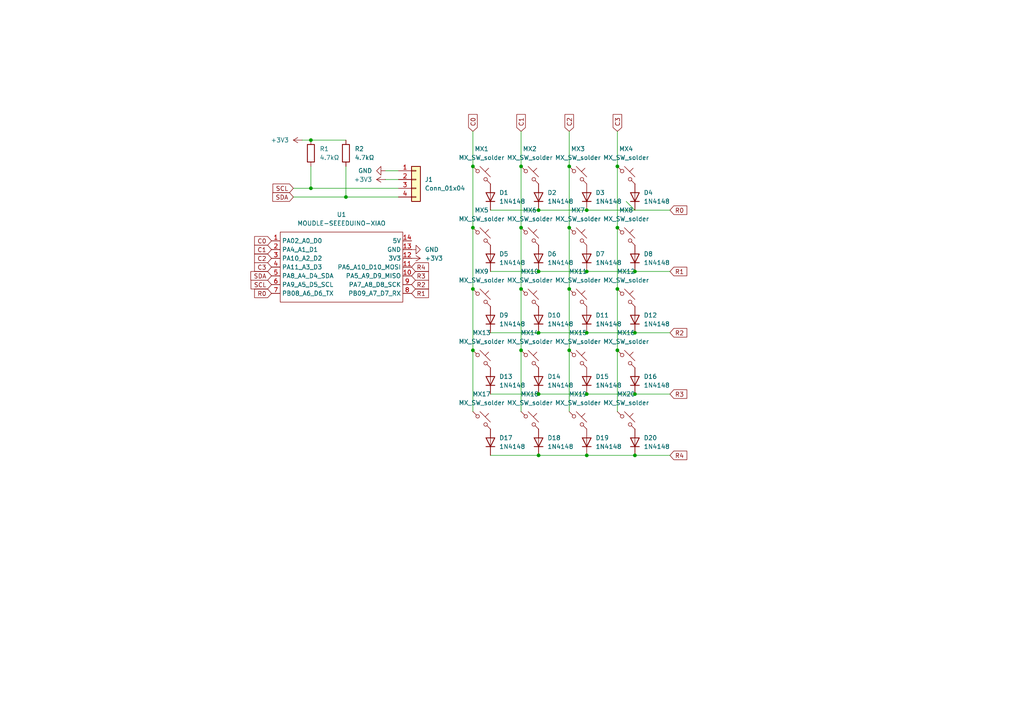
<source format=kicad_sch>
(kicad_sch (version 20231120) (generator "eeschema") (generator_version "8.0")
  (paper "A4")
  (lib_symbols
    (symbol "Connector_Generic:Conn_01x04" (pin_names (offset 1.016) hide)
      (property "Reference" "J" (at 0 5.08 0))
      (property "Value" "Conn_01x04" (at 0 -7.62 0))
      (symbol "Conn_01x04_1_1"
        (rectangle (start -1.27 -4.953) (end 0 -5.207) (stroke (width 0.1524)))
        (rectangle (start -1.27 -2.413) (end 0 -2.667) (stroke (width 0.1524)))
        (rectangle (start -1.27 0.127) (end 0 -0.127) (stroke (width 0.1524)))
        (rectangle (start -1.27 2.667) (end 0 2.413) (stroke (width 0.1524)))
        (rectangle (start -1.27 3.81) (end 1.27 -6.35) (stroke (width 0.254)) (fill (type background)))
        (pin passive line (at -5.08 2.54 0) (length 3.81) (name "Pin_1") (number "1"))
        (pin passive line (at -5.08 0 0) (length 3.81) (name "Pin_2") (number "2"))
        (pin passive line (at -5.08 -2.54 0) (length 3.81) (name "Pin_3") (number "3"))
        (pin passive line (at -5.08 -5.08 0) (length 3.81) (name "Pin_4") (number "4"))
      )
    )
    (symbol "Device:R" (pin_numbers hide) (pin_names (offset 0))
      (property "Reference" "R" (at 2.032 0 90))
      (property "Value" "R" (at 0 0 90))
      (symbol "R_0_1"
        (rectangle (start -1.016 -2.54) (end 1.016 2.54) (stroke (width 0.254)))
      )
      (symbol "R_1_1"
        (pin passive line (at 0 3.81 270) (length 1.27) (name "~") (number "1"))
        (pin passive line (at 0 -3.81 90) (length 1.27) (name "~") (number "2"))
      )
    )
    (symbol "Diode:1N4148" (pin_numbers hide) (pin_names hide)
      (property "Reference" "D" (at 0 2.54 0))
      (property "Value" "1N4148" (at 0 -2.54 0))
      (symbol "1N4148_0_1"
        (polyline (pts (xy -1.27 1.27) (xy -1.27 -1.27)) (stroke (width 0.254)))
        (polyline (pts (xy 1.27 0) (xy -1.27 0)))
        (polyline (pts (xy 1.27 1.27) (xy 1.27 -1.27) (xy -1.27 0) (xy 1.27 1.27)) (stroke (width 0.254)))
      )
      (symbol "1N4148_1_1"
        (pin passive line (at -3.81 0 0) (length 2.54) (name "K") (number "1"))
        (pin passive line (at 3.81 0 180) (length 2.54) (name "A") (number "2"))
      )
    )
    (symbol "PCM_marbastlib-mx:MX_SW_solder" (pin_numbers hide) (pin_names (offset 1.016) hide)
      (property "Reference" "MX" (at 3.048 1.016 0))
      (property "Value" "MX_SW_solder" (at 0 -3.81 0))
      (symbol "MX_SW_solder_0_1"
        (circle (center -1.1684 1.1684) (radius 0.508))
        (polyline (pts (xy -0.508 2.54) (xy 2.54 -0.508)))
        (polyline (pts (xy 1.016 1.016) (xy 2.032 2.032)))
        (polyline (pts (xy -2.54 2.54) (xy -1.524 1.524) (xy -1.524 1.524)))
        (polyline (pts (xy 1.524 -1.524) (xy 2.54 -2.54) (xy 2.54 -2.54) (xy 2.54 -2.54)))
        (circle (center 1.143 -1.1938) (radius 0.508))
        (pin passive line (at -2.54 2.54 0) (length 0) (name "1") (number "1"))
        (pin passive line (at 2.54 -2.54 180) (length 0) (name "2") (number "2"))
      )
    )
    (symbol "XIAO:MOUDLE-SEEEDUINO-XIAO"
      (property "Reference" "U" (at -16.51 11.43 0))
      (property "Value" "MOUDLE-SEEEDUINO-XIAO" (at -3.81 -11.43 0))
      (symbol "MOUDLE-SEEEDUINO-XIAO_0_1"
        (rectangle (start -16.51 10.16) (end 19.05 -10.16))
      )
      (symbol "MOUDLE-SEEEDUINO-XIAO_1_1"
        (pin passive line (at -19.05 7.62 0) (length 2.54) (name "PA02_A0_D0") (number "1"))
        (pin passive line (at 21.59 -2.54 180) (length 2.54) (name "PA5_A9_D9_MISO") (number "10"))
        (pin passive line (at 21.59 0 180) (length 2.54) (name "PA6_A10_D10_MOSI") (number "11"))
        (pin passive line (at 21.59 2.54 180) (length 2.54) (name "3V3") (number "12"))
        (pin passive line (at 21.59 5.08 180) (length 2.54) (name "GND") (number "13"))
        (pin passive line (at 21.59 7.62 180) (length 2.54) (name "5V") (number "14"))
        (pin passive line (at -19.05 5.08 0) (length 2.54) (name "PA4_A1_D1") (number "2"))
        (pin passive line (at -19.05 2.54 0) (length 2.54) (name "PA10_A2_D2") (number "3"))
        (pin passive line (at -19.05 0 0) (length 2.54) (name "PA11_A3_D3") (number "4"))
        (pin passive line (at -19.05 -2.54 0) (length 2.54) (name "PA8_A4_D4_SDA") (number "5"))
        (pin passive line (at -19.05 -5.08 0) (length 2.54) (name "PA9_A5_D5_SCL") (number "6"))
        (pin passive line (at -19.05 -7.62 0) (length 2.54) (name "PB08_A6_D6_TX") (number "7"))
        (pin passive line (at 21.59 -7.62 180) (length 2.54) (name "PB09_A7_D7_RX") (number "8"))
        (pin passive line (at 21.59 -5.08 180) (length 2.54) (name "PA7_A8_D8_SCK") (number "9"))
      )
    )
    (symbol "power:+3V3" (power) (pin_numbers hide) (pin_names (offset 0) hide)
      (property "Value" "+3V3" (at 0 3.556 0))
      (symbol "+3V3_0_1"
        (polyline (pts (xy -0.762 1.27) (xy 0 2.54)))
        (polyline (pts (xy 0 0) (xy 0 2.54)))
        (polyline (pts (xy 0 2.54) (xy 0.762 1.27)))
      )
      (symbol "+3V3_1_1"
        (pin power_in line (at 0 0 90) (length 0) (name "~") (number "1"))
      )
    )
    (symbol "power:GND" (power) (pin_numbers hide) (pin_names (offset 0) hide)
      (property "Value" "GND" (at 0 -3.81 0))
      (symbol "GND_0_1"
        (polyline (pts (xy 0 0) (xy 0 -1.27) (xy 1.27 -1.27) (xy 0 -2.54) (xy -1.27 -1.27) (xy 0 -1.27)))
      )
      (symbol "GND_1_1"
        (pin power_in line (at 0 0 270) (length 0) (name "~") (number "1"))
      )
    )
  )
  (junction (at 156.21 78.74))
  (junction (at 100.33 57.15))
  (junction (at 137.16 101.6))
  (junction (at 151.13 48.26))
  (junction (at 184.15 132.08))
  (junction (at 184.15 96.52))
  (junction (at 156.21 114.3))
  (junction (at 156.21 132.08))
  (junction (at 137.16 48.26))
  (junction (at 151.13 101.6))
  (junction (at 151.13 83.82))
  (junction (at 170.18 132.08))
  (junction (at 156.21 60.96))
  (junction (at 165.1 48.26))
  (junction (at 170.18 114.3))
  (junction (at 165.1 101.6))
  (junction (at 156.21 96.52))
  (junction (at 170.18 78.74))
  (junction (at 179.07 66.04))
  (junction (at 184.15 78.74))
  (junction (at 137.16 66.04))
  (junction (at 165.1 66.04))
  (junction (at 151.13 66.04))
  (junction (at 179.07 101.6))
  (junction (at 179.07 48.26))
  (junction (at 165.1 83.82))
  (junction (at 184.15 114.3))
  (junction (at 170.18 96.52))
  (junction (at 90.17 54.61))
  (junction (at 179.07 83.82))
  (junction (at 170.18 60.96))
  (junction (at 90.17 40.64))
  (junction (at 137.16 83.82))
  (bus_entry (at 181.61 58.42) (size 2.54 2.54))
  (wire (pts (xy 179.07 101.6) (xy 179.07 119.38)))
  (wire (pts (xy 165.1 83.82) (xy 165.1 101.6)))
  (wire (pts (xy 170.18 60.96) (xy 184.15 60.96)))
  (wire (pts (xy 137.16 38.1) (xy 137.16 48.26)))
  (wire (pts (xy 156.21 132.08) (xy 170.18 132.08)))
  (wire (pts (xy 170.18 132.08) (xy 184.15 132.08)))
  (wire (pts (xy 142.24 60.96) (xy 156.21 60.96)))
  (wire (pts (xy 156.21 60.96) (xy 170.18 60.96)))
  (wire (pts (xy 137.16 48.26) (xy 137.16 66.04)))
  (wire (pts (xy 111.76 52.07) (xy 115.57 52.07)))
  (wire (pts (xy 137.16 101.6) (xy 137.16 119.38)))
  (wire (pts (xy 90.17 40.64) (xy 100.33 40.64)))
  (wire (pts (xy 142.24 96.52) (xy 156.21 96.52)))
  (wire (pts (xy 87.63 40.64) (xy 90.17 40.64)))
  (wire (pts (xy 90.17 48.26) (xy 90.17 54.61)))
  (wire (pts (xy 170.18 78.74) (xy 184.15 78.74)))
  (wire (pts (xy 179.07 66.04) (xy 179.07 83.82)))
  (wire (pts (xy 184.15 96.52) (xy 194.31 96.52)))
  (wire (pts (xy 100.33 57.15) (xy 115.57 57.15)))
  (wire (pts (xy 165.1 48.26) (xy 165.1 66.04)))
  (wire (pts (xy 165.1 101.6) (xy 165.1 119.38)))
  (wire (pts (xy 179.07 83.82) (xy 179.07 101.6)))
  (wire (pts (xy 100.33 48.26) (xy 100.33 57.15)))
  (wire (pts (xy 142.24 78.74) (xy 156.21 78.74)))
  (wire (pts (xy 151.13 66.04) (xy 151.13 83.82)))
  (wire (pts (xy 85.09 54.61) (xy 90.17 54.61)))
  (wire (pts (xy 142.24 114.3) (xy 156.21 114.3)))
  (wire (pts (xy 165.1 38.1) (xy 165.1 48.26)))
  (wire (pts (xy 184.15 78.74) (xy 194.31 78.74)))
  (wire (pts (xy 179.07 48.26) (xy 179.07 66.04)))
  (wire (pts (xy 90.17 54.61) (xy 115.57 54.61)))
  (wire (pts (xy 151.13 101.6) (xy 151.13 119.38)))
  (wire (pts (xy 194.31 132.08) (xy 184.15 132.08)))
  (wire (pts (xy 142.24 132.08) (xy 156.21 132.08)))
  (wire (pts (xy 151.13 38.1) (xy 151.13 48.26)))
  (wire (pts (xy 170.18 96.52) (xy 184.15 96.52)))
  (wire (pts (xy 194.31 114.3) (xy 184.15 114.3)))
  (wire (pts (xy 111.76 49.53) (xy 115.57 49.53)))
  (wire (pts (xy 156.21 114.3) (xy 170.18 114.3)))
  (wire (pts (xy 156.21 96.52) (xy 170.18 96.52)))
  (wire (pts (xy 137.16 66.04) (xy 137.16 83.82)))
  (wire (pts (xy 179.07 38.1) (xy 179.07 48.26)))
  (wire (pts (xy 151.13 83.82) (xy 151.13 101.6)))
  (wire (pts (xy 165.1 66.04) (xy 165.1 83.82)))
  (wire (pts (xy 85.09 57.15) (xy 100.33 57.15)))
  (wire (pts (xy 151.13 48.26) (xy 151.13 66.04)))
  (wire (pts (xy 194.31 60.96) (xy 184.15 60.96)))
  (wire (pts (xy 137.16 83.82) (xy 137.16 101.6)))
  (wire (pts (xy 170.18 114.3) (xy 184.15 114.3)))
  (wire (pts (xy 156.21 78.74) (xy 170.18 78.74)))
  (global_label "C1" (shape input) (at 151.13 38.1 90) (property "Intersheetrefs" "${INTERSHEET_REFS}" (effects (hide yes))))
  (global_label "R4" (shape input) (at 119.38 77.47 0) (property "Intersheetrefs" "${INTERSHEET_REFS}" (effects (hide yes))))
  (global_label "C3" (shape input) (at 179.07 38.1 90) (property "Intersheetrefs" "${INTERSHEET_REFS}" (effects (hide yes))))
  (global_label "R4" (shape input) (at 194.31 132.08 0) (property "Intersheetrefs" "${INTERSHEET_REFS}" (effects (hide yes))))
  (global_label "R2" (shape input) (at 194.31 96.52 0) (property "Intersheetrefs" "${INTERSHEET_REFS}" (effects (hide yes))))
  (global_label "C0" (shape input) (at 137.16 38.1 90) (property "Intersheetrefs" "${INTERSHEET_REFS}" (effects (hide yes))))
  (global_label "R0" (shape input) (at 194.31 60.96 0) (property "Intersheetrefs" "${INTERSHEET_REFS}" (effects (hide yes))))
  (global_label "SCL" (shape input) (at 85.09 54.61 180) (property "Intersheetrefs" "${INTERSHEET_REFS}" (effects (hide yes))))
  (global_label "R1" (shape input) (at 194.31 78.74 0) (property "Intersheetrefs" "${INTERSHEET_REFS}" (effects (hide yes))))
  (global_label "C2" (shape input) (at 165.1 38.1 90) (property "Intersheetrefs" "${INTERSHEET_REFS}" (effects (hide yes))))
  (global_label "SCL" (shape input) (at 78.74 82.55 180) (property "Intersheetrefs" "${INTERSHEET_REFS}" (effects (hide yes))))
  (global_label "SDA" (shape input) (at 85.09 57.15 180) (property "Intersheetrefs" "${INTERSHEET_REFS}" (effects (hide yes))))
  (global_label "C1" (shape input) (at 78.74 72.39 180) (property "Intersheetrefs" "${INTERSHEET_REFS}" (effects (hide yes))))
  (global_label "R0" (shape input) (at 78.74 85.09 180) (property "Intersheetrefs" "${INTERSHEET_REFS}" (effects (hide yes))))
  (global_label "C3" (shape input) (at 78.74 77.47 180) (property "Intersheetrefs" "${INTERSHEET_REFS}" (effects (hide yes))))
  (global_label "C2" (shape input) (at 78.74 74.93 180) (property "Intersheetrefs" "${INTERSHEET_REFS}" (effects (hide yes))))
  (global_label "R3" (shape input) (at 119.38 80.01 0) (property "Intersheetrefs" "${INTERSHEET_REFS}" (effects (hide yes))))
  (global_label "R1" (shape input) (at 119.38 85.09 0) (property "Intersheetrefs" "${INTERSHEET_REFS}" (effects (hide yes))))
  (global_label "R2" (shape input) (at 119.38 82.55 0) (property "Intersheetrefs" "${INTERSHEET_REFS}" (effects (hide yes))))
  (global_label "C0" (shape input) (at 78.74 69.85 180) (property "Intersheetrefs" "${INTERSHEET_REFS}" (effects (hide yes))))
  (global_label "SDA" (shape input) (at 78.74 80.01 180) (property "Intersheetrefs" "${INTERSHEET_REFS}" (effects (hide yes))))
  (global_label "R3" (shape input) (at 194.31 114.3 0) (property "Intersheetrefs" "${INTERSHEET_REFS}" (effects (hide yes))))
  (symbol (lib_id "power:+3V3") (at 119.38 74.93 270) (unit 1)
    (property "Reference" "#PWR04" (effects (hide yes)))
    (property "Value" "+3V3" (at 123.19 74.9299 90) (effects (justify left)))
    (property "Description" "Power symbol creates a global label with name \"+3V3\"" (effects (hide yes)))
  )
  (symbol (lib_id "Diode:1N4148") (at 170.18 57.15 90) (unit 1)
    (property "Reference" "D3" (at 172.72 55.8799 90) (effects (justify right)))
    (property "Value" "1N4148" (at 172.72 58.4199 90) (effects (justify right)))
    (property "Footprint" "Diode_THT:D_DO-35_SOD27_P7.62mm_Horizontal" (effects (hide yes)))
    (property "Datasheet" "https://assets.nexperia.com/documents/data-sheet/1N4148_1N4448.pdf" (effects (hide yes)))
    (property "Description" "100V 0.15A standard switching diode, DO-35" (effects (hide yes)))
    (property "Sim.Device" "D" (effects (hide yes)))
    (property "Sim.Pins" "1=K 2=A" (effects (hide yes)))
  )
  (symbol (lib_id "PCM_marbastlib-mx:MX_SW_solder") (at 167.64 104.14 0) (unit 1)
    (property "Reference" "MX15" (at 167.64 96.52 0))
    (property "Value" "MX_SW_solder" (at 167.64 99.06 0))
    (property "Footprint" "Button_Switch_Keyboard:SW_Cherry_MX_1.00u_PCB" (effects (hide yes)))
    (property "Description" "Push button switch, normally open, two pins, 45° tilted" (effects (hide yes)))
  )
  (symbol (lib_id "Diode:1N4148") (at 184.15 110.49 90) (unit 1)
    (property "Reference" "D16" (at 186.69 109.2199 90) (effects (justify right)))
    (property "Value" "1N4148" (at 186.69 111.7599 90) (effects (justify right)))
    (property "Footprint" "Diode_THT:D_DO-35_SOD27_P7.62mm_Horizontal" (effects (hide yes)))
    (property "Datasheet" "https://assets.nexperia.com/documents/data-sheet/1N4148_1N4448.pdf" (effects (hide yes)))
    (property "Description" "100V 0.15A standard switching diode, DO-35" (effects (hide yes)))
    (property "Sim.Device" "D" (effects (hide yes)))
    (property "Sim.Pins" "1=K 2=A" (effects (hide yes)))
  )
  (symbol (lib_id "Diode:1N4148") (at 170.18 110.49 90) (unit 1)
    (property "Reference" "D15" (at 172.72 109.2199 90) (effects (justify right)))
    (property "Value" "1N4148" (at 172.72 111.7599 90) (effects (justify right)))
    (property "Footprint" "Diode_THT:D_DO-35_SOD27_P7.62mm_Horizontal" (effects (hide yes)))
    (property "Datasheet" "https://assets.nexperia.com/documents/data-sheet/1N4148_1N4448.pdf" (effects (hide yes)))
    (property "Description" "100V 0.15A standard switching diode, DO-35" (effects (hide yes)))
    (property "Sim.Device" "D" (effects (hide yes)))
    (property "Sim.Pins" "1=K 2=A" (effects (hide yes)))
  )
  (symbol (lib_id "Diode:1N4148") (at 142.24 128.27 90) (unit 1)
    (property "Reference" "D17" (at 144.78 126.9999 90) (effects (justify right)))
    (property "Value" "1N4148" (at 144.78 129.5399 90) (effects (justify right)))
    (property "Footprint" "Diode_THT:D_DO-35_SOD27_P7.62mm_Horizontal" (effects (hide yes)))
    (property "Datasheet" "https://assets.nexperia.com/documents/data-sheet/1N4148_1N4448.pdf" (effects (hide yes)))
    (property "Description" "100V 0.15A standard switching diode, DO-35" (effects (hide yes)))
    (property "Sim.Device" "D" (effects (hide yes)))
    (property "Sim.Pins" "1=K 2=A" (effects (hide yes)))
  )
  (symbol (lib_id "PCM_marbastlib-mx:MX_SW_solder") (at 167.64 121.92 0) (unit 1)
    (property "Reference" "MX19" (at 167.64 114.3 0))
    (property "Value" "MX_SW_solder" (at 167.64 116.84 0))
    (property "Footprint" "Button_Switch_Keyboard:SW_Cherry_MX_1.00u_PCB" (effects (hide yes)))
    (property "Description" "Push button switch, normally open, two pins, 45° tilted" (effects (hide yes)))
  )
  (symbol (lib_id "Diode:1N4148") (at 170.18 92.71 90) (unit 1)
    (property "Reference" "D11" (at 172.72 91.4399 90) (effects (justify right)))
    (property "Value" "1N4148" (at 172.72 93.9799 90) (effects (justify right)))
    (property "Footprint" "Diode_THT:D_DO-35_SOD27_P7.62mm_Horizontal" (effects (hide yes)))
    (property "Datasheet" "https://assets.nexperia.com/documents/data-sheet/1N4148_1N4448.pdf" (effects (hide yes)))
    (property "Description" "100V 0.15A standard switching diode, DO-35" (effects (hide yes)))
    (property "Sim.Device" "D" (effects (hide yes)))
    (property "Sim.Pins" "1=K 2=A" (effects (hide yes)))
  )
  (symbol (lib_id "Diode:1N4148") (at 156.21 74.93 90) (unit 1)
    (property "Reference" "D6" (at 158.75 73.6599 90) (effects (justify right)))
    (property "Value" "1N4148" (at 158.75 76.1999 90) (effects (justify right)))
    (property "Footprint" "Diode_THT:D_DO-35_SOD27_P7.62mm_Horizontal" (effects (hide yes)))
    (property "Datasheet" "https://assets.nexperia.com/documents/data-sheet/1N4148_1N4448.pdf" (effects (hide yes)))
    (property "Description" "100V 0.15A standard switching diode, DO-35" (effects (hide yes)))
    (property "Sim.Device" "D" (effects (hide yes)))
    (property "Sim.Pins" "1=K 2=A" (effects (hide yes)))
  )
  (symbol (lib_id "Diode:1N4148") (at 184.15 92.71 90) (unit 1)
    (property "Reference" "D12" (at 186.69 91.4399 90) (effects (justify right)))
    (property "Value" "1N4148" (at 186.69 93.9799 90) (effects (justify right)))
    (property "Footprint" "Diode_THT:D_DO-35_SOD27_P7.62mm_Horizontal" (effects (hide yes)))
    (property "Datasheet" "https://assets.nexperia.com/documents/data-sheet/1N4148_1N4448.pdf" (effects (hide yes)))
    (property "Description" "100V 0.15A standard switching diode, DO-35" (effects (hide yes)))
    (property "Sim.Device" "D" (effects (hide yes)))
    (property "Sim.Pins" "1=K 2=A" (effects (hide yes)))
  )
  (symbol (lib_id "Diode:1N4148") (at 142.24 92.71 90) (unit 1)
    (property "Reference" "D9" (at 144.78 91.4399 90) (effects (justify right)))
    (property "Value" "1N4148" (at 144.78 93.9799 90) (effects (justify right)))
    (property "Footprint" "Diode_THT:D_DO-35_SOD27_P7.62mm_Horizontal" (effects (hide yes)))
    (property "Datasheet" "https://assets.nexperia.com/documents/data-sheet/1N4148_1N4448.pdf" (effects (hide yes)))
    (property "Description" "100V 0.15A standard switching diode, DO-35" (effects (hide yes)))
    (property "Sim.Device" "D" (effects (hide yes)))
    (property "Sim.Pins" "1=K 2=A" (effects (hide yes)))
  )
  (symbol (lib_id "PCM_marbastlib-mx:MX_SW_solder") (at 181.61 121.92 0) (unit 1)
    (property "Reference" "MX20" (at 181.61 114.3 0))
    (property "Value" "MX_SW_solder" (at 181.61 116.84 0))
    (property "Footprint" "Button_Switch_Keyboard:SW_Cherry_MX_1.00u_PCB" (effects (hide yes)))
    (property "Description" "Push button switch, normally open, two pins, 45° tilted" (effects (hide yes)))
  )
  (symbol (lib_id "PCM_marbastlib-mx:MX_SW_solder") (at 153.67 68.58 0) (unit 1)
    (property "Reference" "MX6" (at 153.67 60.96 0))
    (property "Value" "MX_SW_solder" (at 153.67 63.5 0))
    (property "Footprint" "Button_Switch_Keyboard:SW_Cherry_MX_1.00u_PCB" (effects (hide yes)))
    (property "Description" "Push button switch, normally open, two pins, 45° tilted" (effects (hide yes)))
  )
  (symbol (lib_id "PCM_marbastlib-mx:MX_SW_solder") (at 139.7 86.36 0) (unit 1)
    (property "Reference" "MX9" (at 139.7 78.74 0))
    (property "Value" "MX_SW_solder" (at 139.7 81.28 0))
    (property "Footprint" "Button_Switch_Keyboard:SW_Cherry_MX_1.00u_PCB" (effects (hide yes)))
    (property "Description" "Push button switch, normally open, two pins, 45° tilted" (effects (hide yes)))
  )
  (symbol (lib_id "Diode:1N4148") (at 156.21 92.71 90) (unit 1)
    (property "Reference" "D10" (at 158.75 91.4399 90) (effects (justify right)))
    (property "Value" "1N4148" (at 158.75 93.9799 90) (effects (justify right)))
    (property "Footprint" "Diode_THT:D_DO-35_SOD27_P7.62mm_Horizontal" (effects (hide yes)))
    (property "Datasheet" "https://assets.nexperia.com/documents/data-sheet/1N4148_1N4448.pdf" (effects (hide yes)))
    (property "Description" "100V 0.15A standard switching diode, DO-35" (effects (hide yes)))
    (property "Sim.Device" "D" (effects (hide yes)))
    (property "Sim.Pins" "1=K 2=A" (effects (hide yes)))
  )
  (symbol (lib_id "Diode:1N4148") (at 184.15 128.27 90) (unit 1)
    (property "Reference" "D20" (at 186.69 126.9999 90) (effects (justify right)))
    (property "Value" "1N4148" (at 186.69 129.5399 90) (effects (justify right)))
    (property "Footprint" "Diode_THT:D_DO-35_SOD27_P7.62mm_Horizontal" (effects (hide yes)))
    (property "Datasheet" "https://assets.nexperia.com/documents/data-sheet/1N4148_1N4448.pdf" (effects (hide yes)))
    (property "Description" "100V 0.15A standard switching diode, DO-35" (effects (hide yes)))
    (property "Sim.Device" "D" (effects (hide yes)))
    (property "Sim.Pins" "1=K 2=A" (effects (hide yes)))
  )
  (symbol (lib_id "PCM_marbastlib-mx:MX_SW_solder") (at 153.67 50.8 0) (unit 1)
    (property "Reference" "MX2" (at 153.67 43.18 0))
    (property "Value" "MX_SW_solder" (at 153.67 45.72 0))
    (property "Footprint" "Button_Switch_Keyboard:SW_Cherry_MX_1.00u_PCB" (effects (hide yes)))
    (property "Description" "Push button switch, normally open, two pins, 45° tilted" (effects (hide yes)))
  )
  (symbol (lib_id "Diode:1N4148") (at 184.15 57.15 90) (unit 1)
    (property "Reference" "D4" (at 186.69 55.8799 90) (effects (justify right)))
    (property "Value" "1N4148" (at 186.69 58.4199 90) (effects (justify right)))
    (property "Footprint" "Diode_THT:D_DO-35_SOD27_P7.62mm_Horizontal" (effects (hide yes)))
    (property "Datasheet" "https://assets.nexperia.com/documents/data-sheet/1N4148_1N4448.pdf" (effects (hide yes)))
    (property "Description" "100V 0.15A standard switching diode, DO-35" (effects (hide yes)))
    (property "Sim.Device" "D" (effects (hide yes)))
    (property "Sim.Pins" "1=K 2=A" (effects (hide yes)))
  )
  (symbol (lib_id "PCM_marbastlib-mx:MX_SW_solder") (at 153.67 86.36 0) (unit 1)
    (property "Reference" "MX10" (at 153.67 78.74 0))
    (property "Value" "MX_SW_solder" (at 153.67 81.28 0))
    (property "Footprint" "Button_Switch_Keyboard:SW_Cherry_MX_1.00u_PCB" (effects (hide yes)))
    (property "Description" "Push button switch, normally open, two pins, 45° tilted" (effects (hide yes)))
  )
  (symbol (lib_id "PCM_marbastlib-mx:MX_SW_solder") (at 139.7 50.8 0) (unit 1)
    (property "Reference" "MX1" (at 139.7 43.18 0))
    (property "Value" "MX_SW_solder" (at 139.7 45.72 0))
    (property "Footprint" "Button_Switch_Keyboard:SW_Cherry_MX_1.00u_PCB" (effects (hide yes)))
    (property "Description" "Push button switch, normally open, two pins, 45° tilted" (effects (hide yes)))
  )
  (symbol (lib_id "power:+3V3") (at 87.63 40.64 90) (unit 1)
    (property "Reference" "#PWR05" (effects (hide yes)))
    (property "Value" "+3V3" (at 83.82 40.6399 90) (effects (justify left)))
    (property "Description" "Power symbol creates a global label with name \"+3V3\"" (effects (hide yes)))
  )
  (symbol (lib_id "Diode:1N4148") (at 156.21 128.27 90) (unit 1)
    (property "Reference" "D18" (at 158.75 126.9999 90) (effects (justify right)))
    (property "Value" "1N4148" (at 158.75 129.5399 90) (effects (justify right)))
    (property "Footprint" "Diode_THT:D_DO-35_SOD27_P7.62mm_Horizontal" (effects (hide yes)))
    (property "Datasheet" "https://assets.nexperia.com/documents/data-sheet/1N4148_1N4448.pdf" (effects (hide yes)))
    (property "Description" "100V 0.15A standard switching diode, DO-35" (effects (hide yes)))
    (property "Sim.Device" "D" (effects (hide yes)))
    (property "Sim.Pins" "1=K 2=A" (effects (hide yes)))
  )
  (symbol (lib_id "PCM_marbastlib-mx:MX_SW_solder") (at 139.7 121.92 0) (unit 1)
    (property "Reference" "MX17" (at 139.7 114.3 0))
    (property "Value" "MX_SW_solder" (at 139.7 116.84 0))
    (property "Footprint" "Button_Switch_Keyboard:SW_Cherry_MX_1.00u_PCB" (effects (hide yes)))
    (property "Description" "Push button switch, normally open, two pins, 45° tilted" (effects (hide yes)))
  )
  (symbol (lib_id "Diode:1N4148") (at 156.21 57.15 90) (unit 1)
    (property "Reference" "D2" (at 158.75 55.8799 90) (effects (justify right)))
    (property "Value" "1N4148" (at 158.75 58.4199 90) (effects (justify right)))
    (property "Footprint" "Diode_THT:D_DO-35_SOD27_P7.62mm_Horizontal" (effects (hide yes)))
    (property "Datasheet" "https://assets.nexperia.com/documents/data-sheet/1N4148_1N4448.pdf" (effects (hide yes)))
    (property "Description" "100V 0.15A standard switching diode, DO-35" (effects (hide yes)))
    (property "Sim.Device" "D" (effects (hide yes)))
    (property "Sim.Pins" "1=K 2=A" (effects (hide yes)))
  )
  (symbol (lib_id "Diode:1N4148") (at 142.24 110.49 90) (unit 1)
    (property "Reference" "D13" (at 144.78 109.2199 90) (effects (justify right)))
    (property "Value" "1N4148" (at 144.78 111.7599 90) (effects (justify right)))
    (property "Footprint" "Diode_THT:D_DO-35_SOD27_P7.62mm_Horizontal" (effects (hide yes)))
    (property "Datasheet" "https://assets.nexperia.com/documents/data-sheet/1N4148_1N4448.pdf" (effects (hide yes)))
    (property "Description" "100V 0.15A standard switching diode, DO-35" (effects (hide yes)))
    (property "Sim.Device" "D" (effects (hide yes)))
    (property "Sim.Pins" "1=K 2=A" (effects (hide yes)))
  )
  (symbol (lib_id "Diode:1N4148") (at 142.24 74.93 90) (unit 1)
    (property "Reference" "D5" (at 144.78 73.6599 90) (effects (justify right)))
    (property "Value" "1N4148" (at 144.78 76.1999 90) (effects (justify right)))
    (property "Footprint" "Diode_THT:D_DO-35_SOD27_P7.62mm_Horizontal" (effects (hide yes)))
    (property "Datasheet" "https://assets.nexperia.com/documents/data-sheet/1N4148_1N4448.pdf" (effects (hide yes)))
    (property "Description" "100V 0.15A standard switching diode, DO-35" (effects (hide yes)))
    (property "Sim.Device" "D" (effects (hide yes)))
    (property "Sim.Pins" "1=K 2=A" (effects (hide yes)))
  )
  (symbol (lib_id "Diode:1N4148") (at 142.24 57.15 90) (unit 1)
    (property "Reference" "D1" (at 144.78 55.8799 90) (effects (justify right)))
    (property "Value" "1N4148" (at 144.78 58.4199 90) (effects (justify right)))
    (property "Footprint" "Diode_THT:D_DO-35_SOD27_P7.62mm_Horizontal" (effects (hide yes)))
    (property "Datasheet" "https://assets.nexperia.com/documents/data-sheet/1N4148_1N4448.pdf" (effects (hide yes)))
    (property "Description" "100V 0.15A standard switching diode, DO-35" (effects (hide yes)))
    (property "Sim.Device" "D" (effects (hide yes)))
    (property "Sim.Pins" "1=K 2=A" (effects (hide yes)))
  )
  (symbol (lib_id "power:GND") (at 119.38 72.39 90) (unit 1)
    (property "Reference" "#PWR03" (effects (hide yes)))
    (property "Value" "GND" (at 123.19 72.3899 90) (effects (justify right)))
    (property "Description" "Power symbol creates a global label with name \"GND\" , ground" (effects (hide yes)))
  )
  (symbol (lib_id "XIAO:MOUDLE-SEEEDUINO-XIAO") (at 97.79 77.47 0) (unit 1)
    (property "Reference" "U1" (at 99.06 62.23 0))
    (property "Value" "MOUDLE-SEEEDUINO-XIAO" (at 99.06 64.77 0))
    (property "Footprint" "XIAO_PCB:MOUDLE14P-2.54-21X17.8MM" (effects (hide yes)))
  )
  (symbol (lib_id "Diode:1N4148") (at 156.21 110.49 90) (unit 1)
    (property "Reference" "D14" (at 158.75 109.2199 90) (effects (justify right)))
    (property "Value" "1N4148" (at 158.75 111.7599 90) (effects (justify right)))
    (property "Footprint" "Diode_THT:D_DO-35_SOD27_P7.62mm_Horizontal" (effects (hide yes)))
    (property "Datasheet" "https://assets.nexperia.com/documents/data-sheet/1N4148_1N4448.pdf" (effects (hide yes)))
    (property "Description" "100V 0.15A standard switching diode, DO-35" (effects (hide yes)))
    (property "Sim.Device" "D" (effects (hide yes)))
    (property "Sim.Pins" "1=K 2=A" (effects (hide yes)))
  )
  (symbol (lib_id "power:GND") (at 111.76 49.53 270) (unit 1)
    (property "Reference" "#PWR02" (effects (hide yes)))
    (property "Value" "GND" (at 107.95 49.5299 90) (effects (justify right)))
    (property "Description" "Power symbol creates a global label with name \"GND\" , ground" (effects (hide yes)))
  )
  (symbol (lib_id "PCM_marbastlib-mx:MX_SW_solder") (at 153.67 104.14 0) (unit 1)
    (property "Reference" "MX14" (at 153.67 96.52 0))
    (property "Value" "MX_SW_solder" (at 153.67 99.06 0))
    (property "Footprint" "Button_Switch_Keyboard:SW_Cherry_MX_1.00u_PCB" (effects (hide yes)))
    (property "Description" "Push button switch, normally open, two pins, 45° tilted" (effects (hide yes)))
  )
  (symbol (lib_id "PCM_marbastlib-mx:MX_SW_solder") (at 167.64 68.58 0) (unit 1)
    (property "Reference" "MX7" (at 167.64 60.96 0))
    (property "Value" "MX_SW_solder" (at 167.64 63.5 0))
    (property "Footprint" "Button_Switch_Keyboard:SW_Cherry_MX_1.00u_PCB" (effects (hide yes)))
    (property "Description" "Push button switch, normally open, two pins, 45° tilted" (effects (hide yes)))
  )
  (symbol (lib_id "PCM_marbastlib-mx:MX_SW_solder") (at 139.7 68.58 0) (unit 1)
    (property "Reference" "MX5" (at 139.7 60.96 0))
    (property "Value" "MX_SW_solder" (at 139.7 63.5 0))
    (property "Footprint" "Button_Switch_Keyboard:SW_Cherry_MX_1.00u_PCB" (effects (hide yes)))
    (property "Description" "Push button switch, normally open, two pins, 45° tilted" (effects (hide yes)))
  )
  (symbol (lib_id "PCM_marbastlib-mx:MX_SW_solder") (at 181.61 68.58 0) (unit 1)
    (property "Reference" "MX8" (at 181.61 60.96 0))
    (property "Value" "MX_SW_solder" (at 181.61 63.5 0))
    (property "Footprint" "Button_Switch_Keyboard:SW_Cherry_MX_1.00u_PCB" (effects (hide yes)))
    (property "Description" "Push button switch, normally open, two pins, 45° tilted" (effects (hide yes)))
  )
  (symbol (lib_id "PCM_marbastlib-mx:MX_SW_solder") (at 153.67 121.92 0) (unit 1)
    (property "Reference" "MX18" (at 153.67 114.3 0))
    (property "Value" "MX_SW_solder" (at 153.67 116.84 0))
    (property "Footprint" "Button_Switch_Keyboard:SW_Cherry_MX_1.00u_PCB" (effects (hide yes)))
    (property "Description" "Push button switch, normally open, two pins, 45° tilted" (effects (hide yes)))
  )
  (symbol (lib_id "PCM_marbastlib-mx:MX_SW_solder") (at 167.64 50.8 0) (unit 1)
    (property "Reference" "MX3" (at 167.64 43.18 0))
    (property "Value" "MX_SW_solder" (at 167.64 45.72 0))
    (property "Footprint" "Button_Switch_Keyboard:SW_Cherry_MX_1.00u_PCB" (effects (hide yes)))
    (property "Description" "Push button switch, normally open, two pins, 45° tilted" (effects (hide yes)))
  )
  (symbol (lib_id "PCM_marbastlib-mx:MX_SW_solder") (at 181.61 50.8 0) (unit 1)
    (property "Reference" "MX4" (at 181.61 43.18 0))
    (property "Value" "MX_SW_solder" (at 181.61 45.72 0))
    (property "Footprint" "Button_Switch_Keyboard:SW_Cherry_MX_1.00u_PCB" (effects (hide yes)))
    (property "Description" "Push button switch, normally open, two pins, 45° tilted" (effects (hide yes)))
  )
  (symbol (lib_id "Device:R") (at 100.33 44.45 0) (unit 1)
    (property "Reference" "R2" (at 102.87 43.1799 0) (effects (justify left)))
    (property "Value" "4.7kΩ" (at 102.87 45.7199 0) (effects (justify left)))
    (property "Footprint" "Resistor_THT:R_Axial_DIN0204_L3.6mm_D1.6mm_P5.08mm_Horizontal" (effects (hide yes)))
    (property "Description" "Resistor" (effects (hide yes)))
  )
  (symbol (lib_id "Diode:1N4148") (at 170.18 74.93 90) (unit 1)
    (property "Reference" "D7" (at 172.72 73.6599 90) (effects (justify right)))
    (property "Value" "1N4148" (at 172.72 76.1999 90) (effects (justify right)))
    (property "Footprint" "Diode_THT:D_DO-35_SOD27_P7.62mm_Horizontal" (effects (hide yes)))
    (property "Datasheet" "https://assets.nexperia.com/documents/data-sheet/1N4148_1N4448.pdf" (effects (hide yes)))
    (property "Description" "100V 0.15A standard switching diode, DO-35" (effects (hide yes)))
    (property "Sim.Device" "D" (effects (hide yes)))
    (property "Sim.Pins" "1=K 2=A" (effects (hide yes)))
  )
  (symbol (lib_id "Diode:1N4148") (at 170.18 128.27 90) (unit 1)
    (property "Reference" "D19" (at 172.72 126.9999 90) (effects (justify right)))
    (property "Value" "1N4148" (at 172.72 129.5399 90) (effects (justify right)))
    (property "Footprint" "Diode_THT:D_DO-35_SOD27_P7.62mm_Horizontal" (effects (hide yes)))
    (property "Datasheet" "https://assets.nexperia.com/documents/data-sheet/1N4148_1N4448.pdf" (effects (hide yes)))
    (property "Description" "100V 0.15A standard switching diode, DO-35" (effects (hide yes)))
    (property "Sim.Device" "D" (effects (hide yes)))
    (property "Sim.Pins" "1=K 2=A" (effects (hide yes)))
  )
  (symbol (lib_id "PCM_marbastlib-mx:MX_SW_solder") (at 181.61 86.36 0) (unit 1)
    (property "Reference" "MX12" (at 181.61 78.74 0))
    (property "Value" "MX_SW_solder" (at 181.61 81.28 0))
    (property "Footprint" "Button_Switch_Keyboard:SW_Cherry_MX_1.00u_PCB" (effects (hide yes)))
    (property "Description" "Push button switch, normally open, two pins, 45° tilted" (effects (hide yes)))
  )
  (symbol (lib_id "Diode:1N4148") (at 184.15 74.93 90) (unit 1)
    (property "Reference" "D8" (at 186.69 73.6599 90) (effects (justify right)))
    (property "Value" "1N4148" (at 186.69 76.1999 90) (effects (justify right)))
    (property "Footprint" "Diode_THT:D_DO-35_SOD27_P7.62mm_Horizontal" (effects (hide yes)))
    (property "Datasheet" "https://assets.nexperia.com/documents/data-sheet/1N4148_1N4448.pdf" (effects (hide yes)))
    (property "Description" "100V 0.15A standard switching diode, DO-35" (effects (hide yes)))
    (property "Sim.Device" "D" (effects (hide yes)))
    (property "Sim.Pins" "1=K 2=A" (effects (hide yes)))
  )
  (symbol (lib_id "Device:R") (at 90.17 44.45 0) (unit 1)
    (property "Reference" "R1" (at 92.71 43.1799 0) (effects (justify left)))
    (property "Value" "4.7kΩ" (at 92.71 45.7199 0) (effects (justify left)))
    (property "Footprint" "Resistor_THT:R_Axial_DIN0204_L3.6mm_D1.6mm_P5.08mm_Horizontal" (effects (hide yes)))
    (property "Description" "Resistor" (effects (hide yes)))
  )
  (symbol (lib_id "PCM_marbastlib-mx:MX_SW_solder") (at 167.64 86.36 0) (unit 1)
    (property "Reference" "MX11" (at 167.64 78.74 0))
    (property "Value" "MX_SW_solder" (at 167.64 81.28 0))
    (property "Footprint" "Button_Switch_Keyboard:SW_Cherry_MX_1.00u_PCB" (effects (hide yes)))
    (property "Description" "Push button switch, normally open, two pins, 45° tilted" (effects (hide yes)))
  )
  (symbol (lib_id "PCM_marbastlib-mx:MX_SW_solder") (at 139.7 104.14 0) (unit 1)
    (property "Reference" "MX13" (at 139.7 96.52 0))
    (property "Value" "MX_SW_solder" (at 139.7 99.06 0))
    (property "Footprint" "Button_Switch_Keyboard:SW_Cherry_MX_1.00u_PCB" (effects (hide yes)))
    (property "Description" "Push button switch, normally open, two pins, 45° tilted" (effects (hide yes)))
  )
  (symbol (lib_id "Connector_Generic:Conn_01x04") (at 120.65 52.07 0) (unit 1)
    (property "Reference" "J1" (at 123.19 52.0699 0) (effects (justify left)))
    (property "Value" "Conn_01x04" (at 123.19 54.6099 0) (effects (justify left)))
    (property "Footprint" "Misc_Custom:SSD1306-0.91-OLED-4pin-128x32" (effects (hide yes)))
    (property "Description" "Generic connector, single row, 01x04, script generated (kicad-library-utils/schlib/autogen/connector/)" (effects (hide yes)))
  )
  (symbol (lib_id "power:+3V3") (at 111.76 52.07 90) (unit 1)
    (property "Reference" "#PWR01" (effects (hide yes)))
    (property "Value" "+3V3" (at 107.95 52.0699 90) (effects (justify left)))
    (property "Description" "Power symbol creates a global label with name \"+3V3\"" (effects (hide yes)))
  )
  (symbol (lib_id "PCM_marbastlib-mx:MX_SW_solder") (at 181.61 104.14 0) (unit 1)
    (property "Reference" "MX16" (at 181.61 96.52 0))
    (property "Value" "MX_SW_solder" (at 181.61 99.06 0))
    (property "Footprint" "Button_Switch_Keyboard:SW_Cherry_MX_1.00u_PCB" (effects (hide yes)))
    (property "Description" "Push button switch, normally open, two pins, 45° tilted" (effects (hide yes)))
  )
)
</source>
